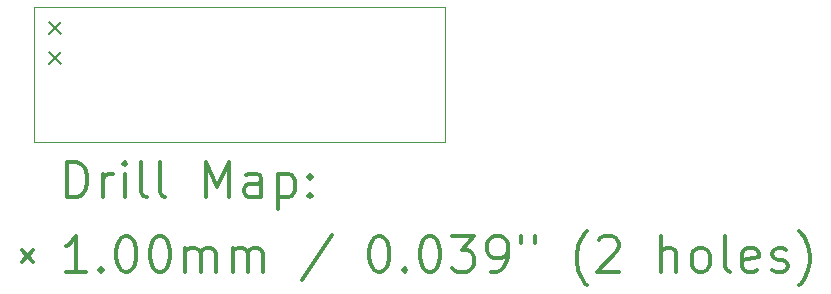
<source format=gbr>
%FSLAX45Y45*%
G04 Gerber Fmt 4.5, Leading zero omitted, Abs format (unit mm)*
G04 Created by KiCad (PCBNEW 5.1.6) date 2020-08-30 23:31:24*
%MOMM*%
%LPD*%
G01*
G04 APERTURE LIST*
%TA.AperFunction,Profile*%
%ADD10C,0.050000*%
%TD*%
%ADD11C,0.200000*%
%ADD12C,0.300000*%
G04 APERTURE END LIST*
D10*
X9118600Y-3632200D02*
X5638800Y-3632200D01*
X9118600Y-4775200D02*
X9118600Y-3632200D01*
X5638800Y-4775200D02*
X9118600Y-4775200D01*
X5638800Y-3632200D02*
X5638800Y-4775200D01*
D11*
X5766600Y-3760000D02*
X5866600Y-3860000D01*
X5866600Y-3760000D02*
X5766600Y-3860000D01*
X5766600Y-4014000D02*
X5866600Y-4114000D01*
X5866600Y-4014000D02*
X5766600Y-4114000D01*
D12*
X5922728Y-5243414D02*
X5922728Y-4943414D01*
X5994157Y-4943414D01*
X6037014Y-4957700D01*
X6065586Y-4986272D01*
X6079871Y-5014843D01*
X6094157Y-5071986D01*
X6094157Y-5114843D01*
X6079871Y-5171986D01*
X6065586Y-5200557D01*
X6037014Y-5229129D01*
X5994157Y-5243414D01*
X5922728Y-5243414D01*
X6222728Y-5243414D02*
X6222728Y-5043414D01*
X6222728Y-5100557D02*
X6237014Y-5071986D01*
X6251300Y-5057700D01*
X6279871Y-5043414D01*
X6308443Y-5043414D01*
X6408443Y-5243414D02*
X6408443Y-5043414D01*
X6408443Y-4943414D02*
X6394157Y-4957700D01*
X6408443Y-4971986D01*
X6422728Y-4957700D01*
X6408443Y-4943414D01*
X6408443Y-4971986D01*
X6594157Y-5243414D02*
X6565586Y-5229129D01*
X6551300Y-5200557D01*
X6551300Y-4943414D01*
X6751300Y-5243414D02*
X6722728Y-5229129D01*
X6708443Y-5200557D01*
X6708443Y-4943414D01*
X7094157Y-5243414D02*
X7094157Y-4943414D01*
X7194157Y-5157700D01*
X7294157Y-4943414D01*
X7294157Y-5243414D01*
X7565586Y-5243414D02*
X7565586Y-5086272D01*
X7551300Y-5057700D01*
X7522728Y-5043414D01*
X7465586Y-5043414D01*
X7437014Y-5057700D01*
X7565586Y-5229129D02*
X7537014Y-5243414D01*
X7465586Y-5243414D01*
X7437014Y-5229129D01*
X7422728Y-5200557D01*
X7422728Y-5171986D01*
X7437014Y-5143414D01*
X7465586Y-5129129D01*
X7537014Y-5129129D01*
X7565586Y-5114843D01*
X7708443Y-5043414D02*
X7708443Y-5343414D01*
X7708443Y-5057700D02*
X7737014Y-5043414D01*
X7794157Y-5043414D01*
X7822728Y-5057700D01*
X7837014Y-5071986D01*
X7851300Y-5100557D01*
X7851300Y-5186272D01*
X7837014Y-5214843D01*
X7822728Y-5229129D01*
X7794157Y-5243414D01*
X7737014Y-5243414D01*
X7708443Y-5229129D01*
X7979871Y-5214843D02*
X7994157Y-5229129D01*
X7979871Y-5243414D01*
X7965586Y-5229129D01*
X7979871Y-5214843D01*
X7979871Y-5243414D01*
X7979871Y-5057700D02*
X7994157Y-5071986D01*
X7979871Y-5086272D01*
X7965586Y-5071986D01*
X7979871Y-5057700D01*
X7979871Y-5086272D01*
X5536300Y-5687700D02*
X5636300Y-5787700D01*
X5636300Y-5687700D02*
X5536300Y-5787700D01*
X6079871Y-5873414D02*
X5908443Y-5873414D01*
X5994157Y-5873414D02*
X5994157Y-5573414D01*
X5965586Y-5616271D01*
X5937014Y-5644843D01*
X5908443Y-5659129D01*
X6208443Y-5844843D02*
X6222728Y-5859129D01*
X6208443Y-5873414D01*
X6194157Y-5859129D01*
X6208443Y-5844843D01*
X6208443Y-5873414D01*
X6408443Y-5573414D02*
X6437014Y-5573414D01*
X6465586Y-5587700D01*
X6479871Y-5601986D01*
X6494157Y-5630557D01*
X6508443Y-5687700D01*
X6508443Y-5759129D01*
X6494157Y-5816271D01*
X6479871Y-5844843D01*
X6465586Y-5859129D01*
X6437014Y-5873414D01*
X6408443Y-5873414D01*
X6379871Y-5859129D01*
X6365586Y-5844843D01*
X6351300Y-5816271D01*
X6337014Y-5759129D01*
X6337014Y-5687700D01*
X6351300Y-5630557D01*
X6365586Y-5601986D01*
X6379871Y-5587700D01*
X6408443Y-5573414D01*
X6694157Y-5573414D02*
X6722728Y-5573414D01*
X6751300Y-5587700D01*
X6765586Y-5601986D01*
X6779871Y-5630557D01*
X6794157Y-5687700D01*
X6794157Y-5759129D01*
X6779871Y-5816271D01*
X6765586Y-5844843D01*
X6751300Y-5859129D01*
X6722728Y-5873414D01*
X6694157Y-5873414D01*
X6665586Y-5859129D01*
X6651300Y-5844843D01*
X6637014Y-5816271D01*
X6622728Y-5759129D01*
X6622728Y-5687700D01*
X6637014Y-5630557D01*
X6651300Y-5601986D01*
X6665586Y-5587700D01*
X6694157Y-5573414D01*
X6922728Y-5873414D02*
X6922728Y-5673414D01*
X6922728Y-5701986D02*
X6937014Y-5687700D01*
X6965586Y-5673414D01*
X7008443Y-5673414D01*
X7037014Y-5687700D01*
X7051300Y-5716271D01*
X7051300Y-5873414D01*
X7051300Y-5716271D02*
X7065586Y-5687700D01*
X7094157Y-5673414D01*
X7137014Y-5673414D01*
X7165586Y-5687700D01*
X7179871Y-5716271D01*
X7179871Y-5873414D01*
X7322728Y-5873414D02*
X7322728Y-5673414D01*
X7322728Y-5701986D02*
X7337014Y-5687700D01*
X7365586Y-5673414D01*
X7408443Y-5673414D01*
X7437014Y-5687700D01*
X7451300Y-5716271D01*
X7451300Y-5873414D01*
X7451300Y-5716271D02*
X7465586Y-5687700D01*
X7494157Y-5673414D01*
X7537014Y-5673414D01*
X7565586Y-5687700D01*
X7579871Y-5716271D01*
X7579871Y-5873414D01*
X8165586Y-5559129D02*
X7908443Y-5944843D01*
X8551300Y-5573414D02*
X8579871Y-5573414D01*
X8608443Y-5587700D01*
X8622728Y-5601986D01*
X8637014Y-5630557D01*
X8651300Y-5687700D01*
X8651300Y-5759129D01*
X8637014Y-5816271D01*
X8622728Y-5844843D01*
X8608443Y-5859129D01*
X8579871Y-5873414D01*
X8551300Y-5873414D01*
X8522728Y-5859129D01*
X8508443Y-5844843D01*
X8494157Y-5816271D01*
X8479871Y-5759129D01*
X8479871Y-5687700D01*
X8494157Y-5630557D01*
X8508443Y-5601986D01*
X8522728Y-5587700D01*
X8551300Y-5573414D01*
X8779871Y-5844843D02*
X8794157Y-5859129D01*
X8779871Y-5873414D01*
X8765586Y-5859129D01*
X8779871Y-5844843D01*
X8779871Y-5873414D01*
X8979871Y-5573414D02*
X9008443Y-5573414D01*
X9037014Y-5587700D01*
X9051300Y-5601986D01*
X9065586Y-5630557D01*
X9079871Y-5687700D01*
X9079871Y-5759129D01*
X9065586Y-5816271D01*
X9051300Y-5844843D01*
X9037014Y-5859129D01*
X9008443Y-5873414D01*
X8979871Y-5873414D01*
X8951300Y-5859129D01*
X8937014Y-5844843D01*
X8922728Y-5816271D01*
X8908443Y-5759129D01*
X8908443Y-5687700D01*
X8922728Y-5630557D01*
X8937014Y-5601986D01*
X8951300Y-5587700D01*
X8979871Y-5573414D01*
X9179871Y-5573414D02*
X9365586Y-5573414D01*
X9265586Y-5687700D01*
X9308443Y-5687700D01*
X9337014Y-5701986D01*
X9351300Y-5716271D01*
X9365586Y-5744843D01*
X9365586Y-5816271D01*
X9351300Y-5844843D01*
X9337014Y-5859129D01*
X9308443Y-5873414D01*
X9222728Y-5873414D01*
X9194157Y-5859129D01*
X9179871Y-5844843D01*
X9508443Y-5873414D02*
X9565586Y-5873414D01*
X9594157Y-5859129D01*
X9608443Y-5844843D01*
X9637014Y-5801986D01*
X9651300Y-5744843D01*
X9651300Y-5630557D01*
X9637014Y-5601986D01*
X9622728Y-5587700D01*
X9594157Y-5573414D01*
X9537014Y-5573414D01*
X9508443Y-5587700D01*
X9494157Y-5601986D01*
X9479871Y-5630557D01*
X9479871Y-5701986D01*
X9494157Y-5730557D01*
X9508443Y-5744843D01*
X9537014Y-5759129D01*
X9594157Y-5759129D01*
X9622728Y-5744843D01*
X9637014Y-5730557D01*
X9651300Y-5701986D01*
X9765586Y-5573414D02*
X9765586Y-5630557D01*
X9879871Y-5573414D02*
X9879871Y-5630557D01*
X10322728Y-5987700D02*
X10308443Y-5973414D01*
X10279871Y-5930557D01*
X10265586Y-5901986D01*
X10251300Y-5859129D01*
X10237014Y-5787700D01*
X10237014Y-5730557D01*
X10251300Y-5659129D01*
X10265586Y-5616271D01*
X10279871Y-5587700D01*
X10308443Y-5544843D01*
X10322728Y-5530557D01*
X10422728Y-5601986D02*
X10437014Y-5587700D01*
X10465586Y-5573414D01*
X10537014Y-5573414D01*
X10565586Y-5587700D01*
X10579871Y-5601986D01*
X10594157Y-5630557D01*
X10594157Y-5659129D01*
X10579871Y-5701986D01*
X10408443Y-5873414D01*
X10594157Y-5873414D01*
X10951300Y-5873414D02*
X10951300Y-5573414D01*
X11079871Y-5873414D02*
X11079871Y-5716271D01*
X11065586Y-5687700D01*
X11037014Y-5673414D01*
X10994157Y-5673414D01*
X10965586Y-5687700D01*
X10951300Y-5701986D01*
X11265586Y-5873414D02*
X11237014Y-5859129D01*
X11222728Y-5844843D01*
X11208443Y-5816271D01*
X11208443Y-5730557D01*
X11222728Y-5701986D01*
X11237014Y-5687700D01*
X11265586Y-5673414D01*
X11308443Y-5673414D01*
X11337014Y-5687700D01*
X11351300Y-5701986D01*
X11365586Y-5730557D01*
X11365586Y-5816271D01*
X11351300Y-5844843D01*
X11337014Y-5859129D01*
X11308443Y-5873414D01*
X11265586Y-5873414D01*
X11537014Y-5873414D02*
X11508443Y-5859129D01*
X11494157Y-5830557D01*
X11494157Y-5573414D01*
X11765586Y-5859129D02*
X11737014Y-5873414D01*
X11679871Y-5873414D01*
X11651300Y-5859129D01*
X11637014Y-5830557D01*
X11637014Y-5716271D01*
X11651300Y-5687700D01*
X11679871Y-5673414D01*
X11737014Y-5673414D01*
X11765586Y-5687700D01*
X11779871Y-5716271D01*
X11779871Y-5744843D01*
X11637014Y-5773414D01*
X11894157Y-5859129D02*
X11922728Y-5873414D01*
X11979871Y-5873414D01*
X12008443Y-5859129D01*
X12022728Y-5830557D01*
X12022728Y-5816271D01*
X12008443Y-5787700D01*
X11979871Y-5773414D01*
X11937014Y-5773414D01*
X11908443Y-5759129D01*
X11894157Y-5730557D01*
X11894157Y-5716271D01*
X11908443Y-5687700D01*
X11937014Y-5673414D01*
X11979871Y-5673414D01*
X12008443Y-5687700D01*
X12122728Y-5987700D02*
X12137014Y-5973414D01*
X12165586Y-5930557D01*
X12179871Y-5901986D01*
X12194157Y-5859129D01*
X12208443Y-5787700D01*
X12208443Y-5730557D01*
X12194157Y-5659129D01*
X12179871Y-5616271D01*
X12165586Y-5587700D01*
X12137014Y-5544843D01*
X12122728Y-5530557D01*
M02*

</source>
